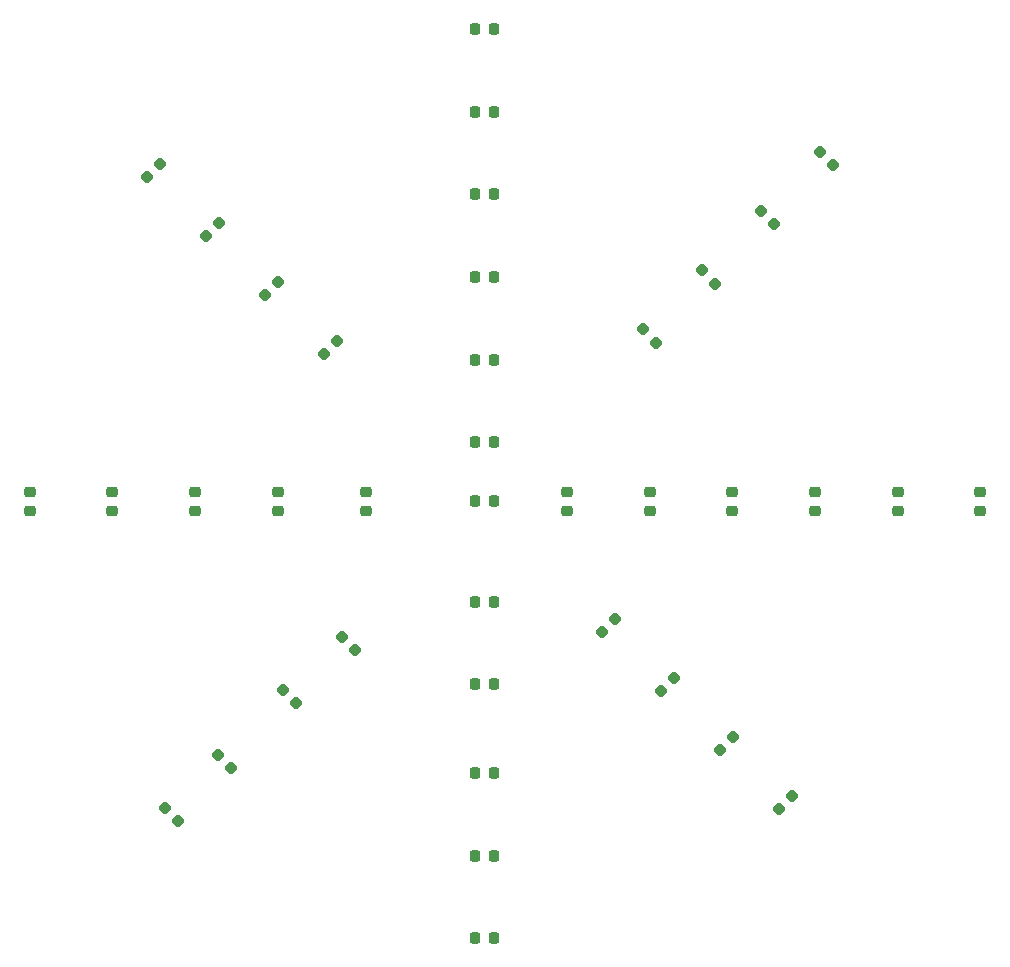
<source format=gtp>
G04 #@! TF.GenerationSoftware,KiCad,Pcbnew,9.0.2-9.0.2-0~ubuntu24.04.1*
G04 #@! TF.CreationDate,2025-06-21T09:29:29-07:00*
G04 #@! TF.ProjectId,2025-flex-spiral,32303235-2d66-46c6-9578-2d7370697261,rev?*
G04 #@! TF.SameCoordinates,Original*
G04 #@! TF.FileFunction,Paste,Top*
G04 #@! TF.FilePolarity,Positive*
%FSLAX46Y46*%
G04 Gerber Fmt 4.6, Leading zero omitted, Abs format (unit mm)*
G04 Created by KiCad (PCBNEW 9.0.2-9.0.2-0~ubuntu24.04.1) date 2025-06-21 09:29:29*
%MOMM*%
%LPD*%
G01*
G04 APERTURE LIST*
G04 Aperture macros list*
%AMRoundRect*
0 Rectangle with rounded corners*
0 $1 Rounding radius*
0 $2 $3 $4 $5 $6 $7 $8 $9 X,Y pos of 4 corners*
0 Add a 4 corners polygon primitive as box body*
4,1,4,$2,$3,$4,$5,$6,$7,$8,$9,$2,$3,0*
0 Add four circle primitives for the rounded corners*
1,1,$1+$1,$2,$3*
1,1,$1+$1,$4,$5*
1,1,$1+$1,$6,$7*
1,1,$1+$1,$8,$9*
0 Add four rect primitives between the rounded corners*
20,1,$1+$1,$2,$3,$4,$5,0*
20,1,$1+$1,$4,$5,$6,$7,0*
20,1,$1+$1,$6,$7,$8,$9,0*
20,1,$1+$1,$8,$9,$2,$3,0*%
G04 Aperture macros list end*
%ADD10RoundRect,0.218750X-0.218750X-0.256250X0.218750X-0.256250X0.218750X0.256250X-0.218750X0.256250X0*%
%ADD11RoundRect,0.218750X0.026517X-0.335876X0.335876X-0.026517X-0.026517X0.335876X-0.335876X0.026517X0*%
%ADD12RoundRect,0.218750X0.335876X0.026517X0.026517X0.335876X-0.335876X-0.026517X-0.026517X-0.335876X0*%
%ADD13RoundRect,0.218750X0.256250X-0.218750X0.256250X0.218750X-0.256250X0.218750X-0.256250X-0.218750X0*%
G04 APERTURE END LIST*
D10*
G04 #@! TO.C,D17*
X99212500Y-123000000D03*
X100787500Y-123000000D03*
G04 #@! TD*
D11*
G04 #@! TO.C,D20*
X81443153Y-82556847D03*
X82556847Y-81443153D03*
G04 #@! TD*
D10*
G04 #@! TO.C,D33*
X99212500Y-137000000D03*
X100787500Y-137000000D03*
G04 #@! TD*
G04 #@! TO.C,D9*
X99212500Y-115500000D03*
X100787500Y-115500000D03*
G04 #@! TD*
D12*
G04 #@! TO.C,D34*
X74056847Y-127056847D03*
X72943153Y-125943153D03*
G04 #@! TD*
D10*
G04 #@! TO.C,D4*
X99212500Y-108500000D03*
X100787500Y-108500000D03*
G04 #@! TD*
D13*
G04 #@! TO.C,D27*
X68500000Y-100787501D03*
X68500000Y-99212499D03*
G04 #@! TD*
D11*
G04 #@! TO.C,D28*
X76443153Y-77556847D03*
X77556847Y-76443153D03*
G04 #@! TD*
G04 #@! TO.C,D24*
X119943153Y-121056847D03*
X121056847Y-119943153D03*
G04 #@! TD*
D13*
G04 #@! TO.C,D31*
X135000000Y-100787501D03*
X135000000Y-99212499D03*
G04 #@! TD*
D10*
G04 #@! TO.C,D13*
X99212500Y-81000000D03*
X100787500Y-81000000D03*
G04 #@! TD*
G04 #@! TO.C,D21*
X99212500Y-74000000D03*
X100787500Y-74000000D03*
G04 #@! TD*
D13*
G04 #@! TO.C,D15*
X121000000Y-100787501D03*
X121000000Y-99212499D03*
G04 #@! TD*
D11*
G04 #@! TO.C,D16*
X114943153Y-116056847D03*
X116056847Y-114943153D03*
G04 #@! TD*
D13*
G04 #@! TO.C,D35*
X61500000Y-100787501D03*
X61500000Y-99212499D03*
G04 #@! TD*
D10*
G04 #@! TO.C,D37*
X99212500Y-60000000D03*
X100787500Y-60000000D03*
G04 #@! TD*
D13*
G04 #@! TO.C,D11*
X82500000Y-100787500D03*
X82500000Y-99212500D03*
G04 #@! TD*
D12*
G04 #@! TO.C,D10*
X89056847Y-112556847D03*
X87943153Y-111443153D03*
G04 #@! TD*
D13*
G04 #@! TO.C,D3*
X107000000Y-100787501D03*
X107000000Y-99212499D03*
G04 #@! TD*
D10*
G04 #@! TO.C,D2*
X99212500Y-95000000D03*
X100787500Y-95000000D03*
G04 #@! TD*
D11*
G04 #@! TO.C,D36*
X71443153Y-72556847D03*
X72556847Y-71443153D03*
G04 #@! TD*
D13*
G04 #@! TO.C,D5*
X90000000Y-100787500D03*
X90000000Y-99212500D03*
G04 #@! TD*
D10*
G04 #@! TO.C,D6*
X99212500Y-88000000D03*
X100787500Y-88000000D03*
G04 #@! TD*
G04 #@! TO.C,D29*
X99212500Y-67000000D03*
X100787500Y-67000000D03*
G04 #@! TD*
D12*
G04 #@! TO.C,D26*
X78556847Y-122556847D03*
X77443153Y-121443153D03*
G04 #@! TD*
D10*
G04 #@! TO.C,D1*
X99212500Y-100000000D03*
X100787500Y-100000000D03*
G04 #@! TD*
D11*
G04 #@! TO.C,D12*
X86443153Y-87556847D03*
X87556847Y-86443153D03*
G04 #@! TD*
D13*
G04 #@! TO.C,D39*
X142000000Y-100787501D03*
X142000000Y-99212499D03*
G04 #@! TD*
D12*
G04 #@! TO.C,D38*
X129556847Y-71556847D03*
X128443153Y-70443153D03*
G04 #@! TD*
G04 #@! TO.C,D18*
X84056847Y-117056847D03*
X82943153Y-115943153D03*
G04 #@! TD*
D13*
G04 #@! TO.C,D19*
X75500000Y-100787501D03*
X75500000Y-99212499D03*
G04 #@! TD*
D12*
G04 #@! TO.C,D30*
X124556847Y-76556847D03*
X123443153Y-75443153D03*
G04 #@! TD*
D11*
G04 #@! TO.C,D8*
X109943153Y-111056847D03*
X111056847Y-109943153D03*
G04 #@! TD*
G04 #@! TO.C,D32*
X124943153Y-126056847D03*
X126056847Y-124943153D03*
G04 #@! TD*
D12*
G04 #@! TO.C,D14*
X114556847Y-86556847D03*
X113443153Y-85443153D03*
G04 #@! TD*
D13*
G04 #@! TO.C,D23*
X128000000Y-100787501D03*
X128000000Y-99212499D03*
G04 #@! TD*
D10*
G04 #@! TO.C,D25*
X99212500Y-130000000D03*
X100787500Y-130000000D03*
G04 #@! TD*
D13*
G04 #@! TO.C,D7*
X114000000Y-100787500D03*
X114000000Y-99212500D03*
G04 #@! TD*
D12*
G04 #@! TO.C,D22*
X119556847Y-81556847D03*
X118443153Y-80443153D03*
G04 #@! TD*
M02*

</source>
